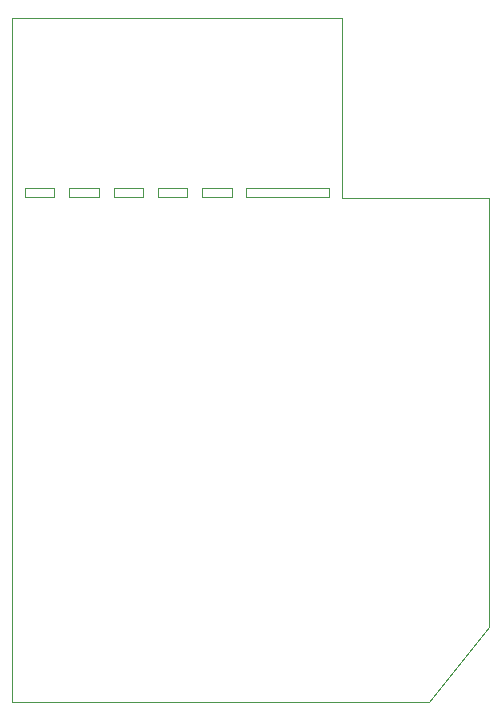
<source format=gm1>
G04 #@! TF.GenerationSoftware,KiCad,Pcbnew,(5.1.6)-1*
G04 #@! TF.CreationDate,2020-09-26T15:55:14+03:00*
G04 #@! TF.ProjectId,CPC6128_MultiROM_1_2,43504336-3132-4385-9f4d-756c7469524f,rev?*
G04 #@! TF.SameCoordinates,Original*
G04 #@! TF.FileFunction,Profile,NP*
%FSLAX46Y46*%
G04 Gerber Fmt 4.6, Leading zero omitted, Abs format (unit mm)*
G04 Created by KiCad (PCBNEW (5.1.6)-1) date 2020-09-26 15:55:14*
%MOMM*%
%LPD*%
G01*
G04 APERTURE LIST*
G04 #@! TA.AperFunction,Profile*
%ADD10C,0.050000*%
G04 #@! TD*
G04 APERTURE END LIST*
D10*
X123250000Y-66500000D02*
X125750000Y-66500000D01*
X123250000Y-67300000D02*
X123250000Y-66500000D01*
X125750000Y-66500000D02*
X125750000Y-67300000D01*
X125750000Y-67300000D02*
X123250000Y-67300000D01*
X129500000Y-67300000D02*
X127000000Y-67300000D01*
X127000000Y-66500000D02*
X129500000Y-66500000D01*
X129500000Y-66500000D02*
X129500000Y-67300000D01*
X127000000Y-67300000D02*
X127000000Y-66500000D01*
X130750000Y-66500000D02*
X133250000Y-66500000D01*
X130750000Y-67300000D02*
X130750000Y-66500000D01*
X133250000Y-67300000D02*
X130750000Y-67300000D01*
X133250000Y-66500000D02*
X133250000Y-67300000D01*
X137000000Y-66500000D02*
X137000000Y-67300000D01*
X137000000Y-67300000D02*
X134500000Y-67300000D01*
X134500000Y-66500000D02*
X137000000Y-66500000D01*
X134500000Y-67300000D02*
X134500000Y-66500000D01*
X138250000Y-66500000D02*
X140750000Y-66500000D01*
X140750000Y-67300000D02*
X138250000Y-67300000D01*
X138250000Y-67300000D02*
X138250000Y-66500000D01*
X140750000Y-66500000D02*
X140750000Y-67300000D01*
X142000000Y-66500000D02*
X149000000Y-66500000D01*
X142000000Y-67300000D02*
X142000000Y-66500000D01*
X149000000Y-67300000D02*
X142000000Y-67300000D01*
X149000000Y-66500000D02*
X149000000Y-67300000D01*
X157480000Y-109982000D02*
X122174000Y-109982000D01*
X162560000Y-103632000D02*
X157480000Y-109982000D01*
X162560000Y-67310000D02*
X162560000Y-103632000D01*
X150114000Y-67310000D02*
X162560000Y-67310000D01*
X150114000Y-52070000D02*
X150114000Y-67310000D01*
X122174000Y-52070000D02*
X150114000Y-52070000D01*
X122174000Y-109982000D02*
X122174000Y-52070000D01*
M02*

</source>
